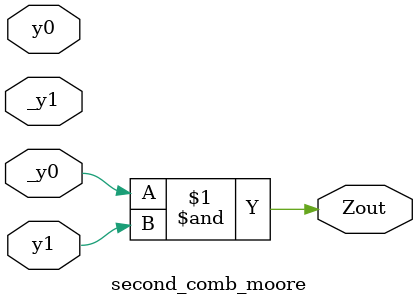
<source format=v>




module first_comb_moore(
    W, _W,
    y0, _y0,
    y1, _y1,
    next_y0,
    next_y1
);

//=============Input Ports=============================
    input   W, _W, y0, _y0, y1, _y1;
//=============Output Ports============================
    output  next_y0,next_y1;
//=============Input ports Data Type===================
    wire    W, _W, y0, _y0, y1, _y1;
//=============Output Ports Data Type==================
    wire     next_y0,next_y1;
//=============Aux wires===============================
    wire aux1;
    wire aux2;

//*************Calculate next_y0***********************
    and (aux1,_y0,y1,W);
    and (aux2,y0,_y1,W);
    or (next_y0,aux1, aux2);

//*************Calculate next_y1***********************
    and (next_y1,_y0,_y1,W);

endmodule


//Combinational logic after flip flop for moore implementation
//INPUTS: current state (y0, y1)
//OUTPUT: FSM output(Zout)
//in addition, every input has is not counterpart 
module second_comb_moore(
    y0, _y0,
    y1, _y1,
    Zout
);

//=============Input Ports=============================
    input   y0, _y0, y1, _y1;
//=============Output Ports============================
    output  Zout;
//=============Input ports Data Type===================
    wire    y0, _y0, y1, _y1;
//=============Output Ports Data Type==================
    wire     Zout;

    and (Zout,_y0,y1);

endmodule 
</source>
